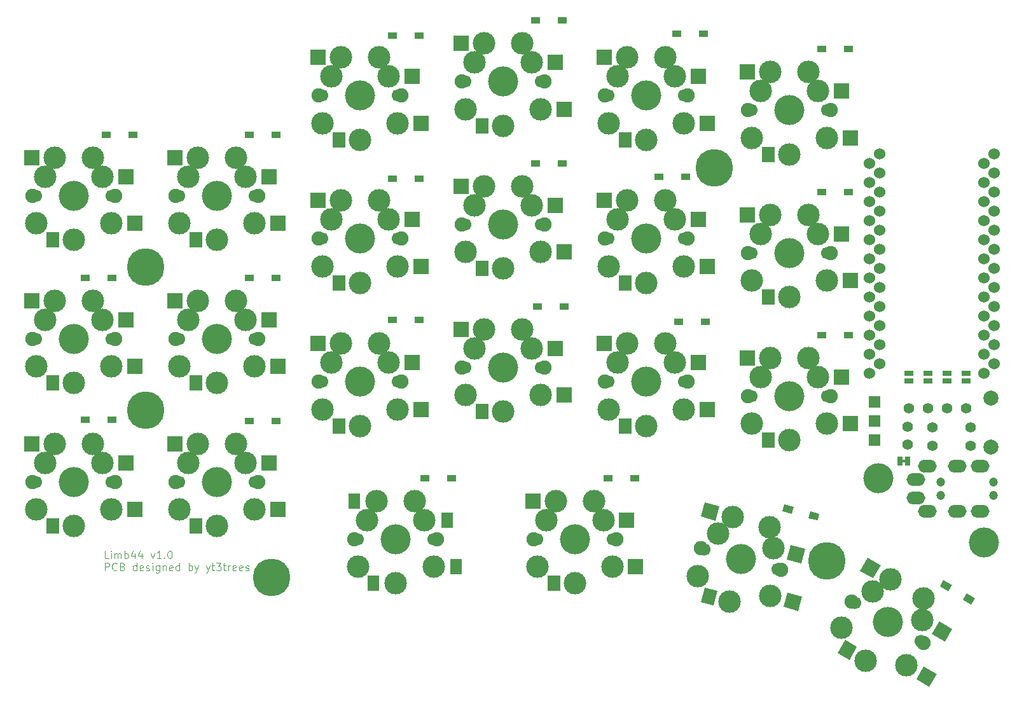
<source format=gbr>
%TF.GenerationSoftware,KiCad,Pcbnew,(5.1.7)-1*%
%TF.CreationDate,2020-11-08T23:06:54+09:00*%
%TF.ProjectId,limb44,6c696d62-3434-42e6-9b69-6361645f7063,rev?*%
%TF.SameCoordinates,Original*%
%TF.FileFunction,Soldermask,Top*%
%TF.FilePolarity,Negative*%
%FSLAX46Y46*%
G04 Gerber Fmt 4.6, Leading zero omitted, Abs format (unit mm)*
G04 Created by KiCad (PCBNEW (5.1.7)-1) date 2020-11-08 23:06:54*
%MOMM*%
%LPD*%
G01*
G04 APERTURE LIST*
%ADD10C,0.125000*%
%ADD11R,2.000000X2.000000*%
%ADD12C,3.000000*%
%ADD13R,1.800000X2.000000*%
%ADD14C,4.000000*%
%ADD15C,1.900000*%
%ADD16C,1.700000*%
%ADD17C,1.397000*%
%ADD18R,0.381000X0.381000*%
%ADD19R,0.635000X1.143000*%
%ADD20C,5.000000*%
%ADD21C,0.100000*%
%ADD22R,1.300000X0.950000*%
%ADD23C,1.200000*%
%ADD24O,2.500000X1.700000*%
%ADD25R,1.524000X1.524000*%
%ADD26C,2.000000*%
%ADD27C,0.100000*%
%ADD28R,1.500000X2.000000*%
%ADD29C,1.524000*%
%ADD30R,1.143000X0.635000*%
G04 APERTURE END LIST*
D10*
X75090535Y-127645880D02*
X74614345Y-127645880D01*
X74614345Y-126645880D01*
X75423869Y-127645880D02*
X75423869Y-126979214D01*
X75423869Y-126645880D02*
X75376250Y-126693500D01*
X75423869Y-126741119D01*
X75471488Y-126693500D01*
X75423869Y-126645880D01*
X75423869Y-126741119D01*
X75900059Y-127645880D02*
X75900059Y-126979214D01*
X75900059Y-127074452D02*
X75947678Y-127026833D01*
X76042916Y-126979214D01*
X76185773Y-126979214D01*
X76281011Y-127026833D01*
X76328630Y-127122071D01*
X76328630Y-127645880D01*
X76328630Y-127122071D02*
X76376250Y-127026833D01*
X76471488Y-126979214D01*
X76614345Y-126979214D01*
X76709583Y-127026833D01*
X76757202Y-127122071D01*
X76757202Y-127645880D01*
X77233392Y-127645880D02*
X77233392Y-126645880D01*
X77233392Y-127026833D02*
X77328630Y-126979214D01*
X77519107Y-126979214D01*
X77614345Y-127026833D01*
X77661964Y-127074452D01*
X77709583Y-127169690D01*
X77709583Y-127455404D01*
X77661964Y-127550642D01*
X77614345Y-127598261D01*
X77519107Y-127645880D01*
X77328630Y-127645880D01*
X77233392Y-127598261D01*
X78566726Y-126979214D02*
X78566726Y-127645880D01*
X78328630Y-126598261D02*
X78090535Y-127312547D01*
X78709583Y-127312547D01*
X79519107Y-126979214D02*
X79519107Y-127645880D01*
X79281011Y-126598261D02*
X79042916Y-127312547D01*
X79661964Y-127312547D01*
X80709583Y-126979214D02*
X80947678Y-127645880D01*
X81185773Y-126979214D01*
X82090535Y-127645880D02*
X81519107Y-127645880D01*
X81804821Y-127645880D02*
X81804821Y-126645880D01*
X81709583Y-126788738D01*
X81614345Y-126883976D01*
X81519107Y-126931595D01*
X82519107Y-127550642D02*
X82566726Y-127598261D01*
X82519107Y-127645880D01*
X82471488Y-127598261D01*
X82519107Y-127550642D01*
X82519107Y-127645880D01*
X83185773Y-126645880D02*
X83281011Y-126645880D01*
X83376250Y-126693500D01*
X83423869Y-126741119D01*
X83471488Y-126836357D01*
X83519107Y-127026833D01*
X83519107Y-127264928D01*
X83471488Y-127455404D01*
X83423869Y-127550642D01*
X83376250Y-127598261D01*
X83281011Y-127645880D01*
X83185773Y-127645880D01*
X83090535Y-127598261D01*
X83042916Y-127550642D01*
X82995297Y-127455404D01*
X82947678Y-127264928D01*
X82947678Y-127026833D01*
X82995297Y-126836357D01*
X83042916Y-126741119D01*
X83090535Y-126693500D01*
X83185773Y-126645880D01*
X74614345Y-129270880D02*
X74614345Y-128270880D01*
X74995297Y-128270880D01*
X75090535Y-128318500D01*
X75138154Y-128366119D01*
X75185773Y-128461357D01*
X75185773Y-128604214D01*
X75138154Y-128699452D01*
X75090535Y-128747071D01*
X74995297Y-128794690D01*
X74614345Y-128794690D01*
X76185773Y-129175642D02*
X76138154Y-129223261D01*
X75995297Y-129270880D01*
X75900059Y-129270880D01*
X75757202Y-129223261D01*
X75661964Y-129128023D01*
X75614345Y-129032785D01*
X75566726Y-128842309D01*
X75566726Y-128699452D01*
X75614345Y-128508976D01*
X75661964Y-128413738D01*
X75757202Y-128318500D01*
X75900059Y-128270880D01*
X75995297Y-128270880D01*
X76138154Y-128318500D01*
X76185773Y-128366119D01*
X76947678Y-128747071D02*
X77090535Y-128794690D01*
X77138154Y-128842309D01*
X77185773Y-128937547D01*
X77185773Y-129080404D01*
X77138154Y-129175642D01*
X77090535Y-129223261D01*
X76995297Y-129270880D01*
X76614345Y-129270880D01*
X76614345Y-128270880D01*
X76947678Y-128270880D01*
X77042916Y-128318500D01*
X77090535Y-128366119D01*
X77138154Y-128461357D01*
X77138154Y-128556595D01*
X77090535Y-128651833D01*
X77042916Y-128699452D01*
X76947678Y-128747071D01*
X76614345Y-128747071D01*
X78804821Y-129270880D02*
X78804821Y-128270880D01*
X78804821Y-129223261D02*
X78709583Y-129270880D01*
X78519107Y-129270880D01*
X78423869Y-129223261D01*
X78376250Y-129175642D01*
X78328630Y-129080404D01*
X78328630Y-128794690D01*
X78376250Y-128699452D01*
X78423869Y-128651833D01*
X78519107Y-128604214D01*
X78709583Y-128604214D01*
X78804821Y-128651833D01*
X79661964Y-129223261D02*
X79566726Y-129270880D01*
X79376250Y-129270880D01*
X79281011Y-129223261D01*
X79233392Y-129128023D01*
X79233392Y-128747071D01*
X79281011Y-128651833D01*
X79376250Y-128604214D01*
X79566726Y-128604214D01*
X79661964Y-128651833D01*
X79709583Y-128747071D01*
X79709583Y-128842309D01*
X79233392Y-128937547D01*
X80090535Y-129223261D02*
X80185773Y-129270880D01*
X80376250Y-129270880D01*
X80471488Y-129223261D01*
X80519107Y-129128023D01*
X80519107Y-129080404D01*
X80471488Y-128985166D01*
X80376250Y-128937547D01*
X80233392Y-128937547D01*
X80138154Y-128889928D01*
X80090535Y-128794690D01*
X80090535Y-128747071D01*
X80138154Y-128651833D01*
X80233392Y-128604214D01*
X80376250Y-128604214D01*
X80471488Y-128651833D01*
X80947678Y-129270880D02*
X80947678Y-128604214D01*
X80947678Y-128270880D02*
X80900059Y-128318500D01*
X80947678Y-128366119D01*
X80995297Y-128318500D01*
X80947678Y-128270880D01*
X80947678Y-128366119D01*
X81852440Y-128604214D02*
X81852440Y-129413738D01*
X81804821Y-129508976D01*
X81757202Y-129556595D01*
X81661964Y-129604214D01*
X81519107Y-129604214D01*
X81423869Y-129556595D01*
X81852440Y-129223261D02*
X81757202Y-129270880D01*
X81566726Y-129270880D01*
X81471488Y-129223261D01*
X81423869Y-129175642D01*
X81376250Y-129080404D01*
X81376250Y-128794690D01*
X81423869Y-128699452D01*
X81471488Y-128651833D01*
X81566726Y-128604214D01*
X81757202Y-128604214D01*
X81852440Y-128651833D01*
X82328630Y-128604214D02*
X82328630Y-129270880D01*
X82328630Y-128699452D02*
X82376250Y-128651833D01*
X82471488Y-128604214D01*
X82614345Y-128604214D01*
X82709583Y-128651833D01*
X82757202Y-128747071D01*
X82757202Y-129270880D01*
X83614345Y-129223261D02*
X83519107Y-129270880D01*
X83328630Y-129270880D01*
X83233392Y-129223261D01*
X83185773Y-129128023D01*
X83185773Y-128747071D01*
X83233392Y-128651833D01*
X83328630Y-128604214D01*
X83519107Y-128604214D01*
X83614345Y-128651833D01*
X83661964Y-128747071D01*
X83661964Y-128842309D01*
X83185773Y-128937547D01*
X84519107Y-129270880D02*
X84519107Y-128270880D01*
X84519107Y-129223261D02*
X84423869Y-129270880D01*
X84233392Y-129270880D01*
X84138154Y-129223261D01*
X84090535Y-129175642D01*
X84042916Y-129080404D01*
X84042916Y-128794690D01*
X84090535Y-128699452D01*
X84138154Y-128651833D01*
X84233392Y-128604214D01*
X84423869Y-128604214D01*
X84519107Y-128651833D01*
X85757202Y-129270880D02*
X85757202Y-128270880D01*
X85757202Y-128651833D02*
X85852440Y-128604214D01*
X86042916Y-128604214D01*
X86138154Y-128651833D01*
X86185773Y-128699452D01*
X86233392Y-128794690D01*
X86233392Y-129080404D01*
X86185773Y-129175642D01*
X86138154Y-129223261D01*
X86042916Y-129270880D01*
X85852440Y-129270880D01*
X85757202Y-129223261D01*
X86566726Y-128604214D02*
X86804821Y-129270880D01*
X87042916Y-128604214D02*
X86804821Y-129270880D01*
X86709583Y-129508976D01*
X86661964Y-129556595D01*
X86566726Y-129604214D01*
X88090535Y-128604214D02*
X88328630Y-129270880D01*
X88566726Y-128604214D02*
X88328630Y-129270880D01*
X88233392Y-129508976D01*
X88185773Y-129556595D01*
X88090535Y-129604214D01*
X88804821Y-128604214D02*
X89185773Y-128604214D01*
X88947678Y-128270880D02*
X88947678Y-129128023D01*
X88995297Y-129223261D01*
X89090535Y-129270880D01*
X89185773Y-129270880D01*
X89423869Y-128270880D02*
X90042916Y-128270880D01*
X89709583Y-128651833D01*
X89852440Y-128651833D01*
X89947678Y-128699452D01*
X89995297Y-128747071D01*
X90042916Y-128842309D01*
X90042916Y-129080404D01*
X89995297Y-129175642D01*
X89947678Y-129223261D01*
X89852440Y-129270880D01*
X89566726Y-129270880D01*
X89471488Y-129223261D01*
X89423869Y-129175642D01*
X90328630Y-128604214D02*
X90709583Y-128604214D01*
X90471488Y-128270880D02*
X90471488Y-129128023D01*
X90519107Y-129223261D01*
X90614345Y-129270880D01*
X90709583Y-129270880D01*
X91042916Y-129270880D02*
X91042916Y-128604214D01*
X91042916Y-128794690D02*
X91090535Y-128699452D01*
X91138154Y-128651833D01*
X91233392Y-128604214D01*
X91328630Y-128604214D01*
X92042916Y-129223261D02*
X91947678Y-129270880D01*
X91757202Y-129270880D01*
X91661964Y-129223261D01*
X91614345Y-129128023D01*
X91614345Y-128747071D01*
X91661964Y-128651833D01*
X91757202Y-128604214D01*
X91947678Y-128604214D01*
X92042916Y-128651833D01*
X92090535Y-128747071D01*
X92090535Y-128842309D01*
X91614345Y-128937547D01*
X92900059Y-129223261D02*
X92804821Y-129270880D01*
X92614345Y-129270880D01*
X92519107Y-129223261D01*
X92471488Y-129128023D01*
X92471488Y-128747071D01*
X92519107Y-128651833D01*
X92614345Y-128604214D01*
X92804821Y-128604214D01*
X92900059Y-128651833D01*
X92947678Y-128747071D01*
X92947678Y-128842309D01*
X92471488Y-128937547D01*
X93328630Y-129223261D02*
X93423869Y-129270880D01*
X93614345Y-129270880D01*
X93709583Y-129223261D01*
X93757202Y-129128023D01*
X93757202Y-129080404D01*
X93709583Y-128985166D01*
X93614345Y-128937547D01*
X93471488Y-128937547D01*
X93376250Y-128889928D01*
X93328630Y-128794690D01*
X93328630Y-128747071D01*
X93376250Y-128651833D01*
X93471488Y-128604214D01*
X93614345Y-128604214D01*
X93709583Y-128651833D01*
D11*
%TO.C,SW5*%
X141085000Y-60960000D03*
D12*
X150495000Y-63500000D03*
X144145000Y-60960000D03*
D11*
X153585000Y-63500000D03*
D12*
X151685000Y-69740000D03*
D13*
X143885000Y-71940000D03*
D11*
X154785000Y-69740000D03*
D12*
X141685000Y-69740000D03*
X146685000Y-71940000D03*
X149225000Y-60960000D03*
D14*
X146685000Y-66040000D03*
D15*
X141185000Y-66040000D03*
X152185000Y-66040000D03*
D16*
X151765000Y-66040000D03*
X141605000Y-66040000D03*
D12*
X142875000Y-63500000D03*
%TD*%
D17*
%TO.C,P1*%
X181483000Y-110109000D03*
%TD*%
%TO.C,P2*%
X181483000Y-112522000D03*
%TD*%
D18*
%TO.C,JP1*%
X180975000Y-114681000D03*
D19*
X181475380Y-114681000D03*
X180474620Y-114681000D03*
%TD*%
D12*
%TO.C,SW1*%
X66675000Y-76825000D03*
D16*
X65405000Y-79365000D03*
X75565000Y-79365000D03*
D15*
X75985000Y-79365000D03*
X64985000Y-79365000D03*
D14*
X70485000Y-79365000D03*
D12*
X73025000Y-74285000D03*
X70485000Y-85265000D03*
X65485000Y-83065000D03*
D11*
X78585000Y-83065000D03*
D13*
X67685000Y-85265000D03*
D12*
X75485000Y-83065000D03*
D11*
X77385000Y-76825000D03*
D12*
X67945000Y-74285000D03*
X74295000Y-76825000D03*
D11*
X64885000Y-74285000D03*
%TD*%
D17*
%TO.C,J5*%
X181610000Y-107707000D03*
X184150000Y-107707000D03*
X186690000Y-107707000D03*
X189230000Y-107707000D03*
%TD*%
D11*
%TO.C,SW18*%
X160135000Y-100955000D03*
D12*
X169545000Y-103495000D03*
X163195000Y-100955000D03*
D11*
X172635000Y-103495000D03*
D12*
X170735000Y-109735000D03*
D13*
X162935000Y-111935000D03*
D11*
X173835000Y-109735000D03*
D12*
X160735000Y-109735000D03*
X165735000Y-111935000D03*
X168275000Y-100955000D03*
D14*
X165735000Y-106035000D03*
D15*
X160235000Y-106035000D03*
X171235000Y-106035000D03*
D16*
X170815000Y-106035000D03*
X160655000Y-106035000D03*
D12*
X161925000Y-103495000D03*
%TD*%
D14*
%TO.C,Ref\u002A\u002A*%
X177600000Y-117018000D03*
%TD*%
%TO.C,Ref\u002A\u002A*%
X191600000Y-125500000D03*
%TD*%
D20*
%TO.C,Ref\u002A\u002A*%
X96774000Y-130165000D03*
%TD*%
%TO.C,Ref\u002A\u002A*%
X170688000Y-128006000D03*
%TD*%
%TO.C,Ref\u002A\u002A*%
X155702000Y-75692000D03*
%TD*%
%TO.C,Ref\u002A\u002A*%
X80010000Y-107940000D03*
%TD*%
%TO.C,Ref\u002A\u002A*%
X80010000Y-88890000D03*
%TD*%
D12*
%TO.C,SW22*%
X176780443Y-132035295D03*
D16*
X174410591Y-133600000D03*
X183209409Y-138680000D03*
D15*
X183573140Y-138890000D03*
X174046860Y-133390000D03*
D14*
X178810000Y-136140000D03*
D12*
X183549705Y-133010591D03*
X175860000Y-141249550D03*
X172629873Y-136844294D03*
D21*
G36*
X185340831Y-143028269D02*
G01*
X184340831Y-144760319D01*
X182608781Y-143760319D01*
X183608781Y-142028269D01*
X185340831Y-143028269D01*
G37*
G36*
X174714552Y-139433525D02*
G01*
X173714552Y-141165575D01*
X172155706Y-140265575D01*
X173155706Y-138533525D01*
X174714552Y-139433525D01*
G37*
D12*
X181290127Y-141844294D03*
D21*
G36*
X187421600Y-137024270D02*
G01*
X186421600Y-138756320D01*
X184689550Y-137756320D01*
X185689550Y-136024270D01*
X187421600Y-137024270D01*
G37*
D12*
X179150295Y-130470591D03*
X183379557Y-135845295D03*
D21*
G36*
X177866283Y-128574566D02*
G01*
X176866283Y-130306616D01*
X175134233Y-129306616D01*
X176134233Y-127574566D01*
X177866283Y-128574566D01*
G37*
%TD*%
D11*
%TO.C,SW12*%
X160135000Y-81905000D03*
D12*
X169545000Y-84445000D03*
X163195000Y-81905000D03*
D11*
X172635000Y-84445000D03*
D12*
X170735000Y-90685000D03*
D13*
X162935000Y-92885000D03*
D11*
X173835000Y-90685000D03*
D12*
X160735000Y-90685000D03*
X165735000Y-92885000D03*
X168275000Y-81905000D03*
D14*
X165735000Y-86985000D03*
D15*
X160235000Y-86985000D03*
X171235000Y-86985000D03*
D16*
X170815000Y-86985000D03*
X160655000Y-86985000D03*
D12*
X161925000Y-84445000D03*
%TD*%
D11*
%TO.C,SW4*%
X122035000Y-59065000D03*
D12*
X131445000Y-61605000D03*
X125095000Y-59065000D03*
D11*
X134535000Y-61605000D03*
D12*
X132635000Y-67845000D03*
D13*
X124835000Y-70045000D03*
D11*
X135735000Y-67845000D03*
D12*
X122635000Y-67845000D03*
X127635000Y-70045000D03*
X130175000Y-59065000D03*
D14*
X127635000Y-64145000D03*
D15*
X122135000Y-64145000D03*
X133135000Y-64145000D03*
D16*
X132715000Y-64145000D03*
X122555000Y-64145000D03*
D12*
X123825000Y-61605000D03*
%TD*%
D11*
%TO.C,SW13*%
X64885000Y-112385000D03*
D12*
X74295000Y-114925000D03*
X67945000Y-112385000D03*
D11*
X77385000Y-114925000D03*
D12*
X75485000Y-121165000D03*
D13*
X67685000Y-123365000D03*
D11*
X78585000Y-121165000D03*
D12*
X65485000Y-121165000D03*
X70485000Y-123365000D03*
X73025000Y-112385000D03*
D14*
X70485000Y-117465000D03*
D15*
X64985000Y-117465000D03*
X75985000Y-117465000D03*
D16*
X75565000Y-117465000D03*
X65405000Y-117465000D03*
D12*
X66675000Y-114925000D03*
%TD*%
D22*
%TO.C,D11*%
X148339000Y-76825000D03*
X151889000Y-76825000D03*
%TD*%
D12*
%TO.C,SW11*%
X142875000Y-82550000D03*
D16*
X141605000Y-85090000D03*
X151765000Y-85090000D03*
D15*
X152185000Y-85090000D03*
X141185000Y-85090000D03*
D14*
X146685000Y-85090000D03*
D12*
X149225000Y-80010000D03*
X146685000Y-90990000D03*
X141685000Y-88790000D03*
D11*
X154785000Y-88790000D03*
D13*
X143885000Y-90990000D03*
D12*
X151685000Y-88790000D03*
D11*
X153585000Y-82550000D03*
D12*
X144145000Y-80010000D03*
X150495000Y-82550000D03*
D11*
X141085000Y-80010000D03*
%TD*%
%TO.C,SW8*%
X83935000Y-93335000D03*
D12*
X93345000Y-95875000D03*
X86995000Y-93335000D03*
D11*
X96435000Y-95875000D03*
D12*
X94535000Y-102115000D03*
D13*
X86735000Y-104315000D03*
D11*
X97635000Y-102115000D03*
D12*
X84535000Y-102115000D03*
X89535000Y-104315000D03*
X92075000Y-93335000D03*
D14*
X89535000Y-98415000D03*
D15*
X84035000Y-98415000D03*
X95035000Y-98415000D03*
D16*
X94615000Y-98415000D03*
X84455000Y-98415000D03*
D12*
X85725000Y-95875000D03*
%TD*%
%TO.C,SW7*%
X66675000Y-95875000D03*
D16*
X65405000Y-98415000D03*
X75565000Y-98415000D03*
D15*
X75985000Y-98415000D03*
X64985000Y-98415000D03*
D14*
X70485000Y-98415000D03*
D12*
X73025000Y-93335000D03*
X70485000Y-104315000D03*
X65485000Y-102115000D03*
D11*
X78585000Y-102115000D03*
D13*
X67685000Y-104315000D03*
D12*
X75485000Y-102115000D03*
D11*
X77385000Y-95875000D03*
D12*
X67945000Y-93335000D03*
X74295000Y-95875000D03*
D11*
X64885000Y-93335000D03*
%TD*%
D23*
%TO.C,J1*%
X185887000Y-117503000D03*
X192887000Y-117503000D03*
D24*
X184087000Y-115403000D03*
X182587000Y-119603000D03*
X191087000Y-115403000D03*
X188087000Y-115403000D03*
D23*
X192887000Y-119253000D03*
X185887000Y-119253000D03*
D24*
X191087000Y-121353000D03*
X188087000Y-121353000D03*
X184087000Y-121353000D03*
X182587000Y-117153000D03*
%TD*%
D25*
%TO.C,J2*%
X177038000Y-111877000D03*
X177038000Y-109337000D03*
X177038000Y-106797000D03*
%TD*%
D26*
%TO.C,RSW1*%
X192587000Y-112851000D03*
X192587000Y-106351000D03*
%TD*%
D11*
%TO.C,SW2*%
X83935000Y-74285000D03*
D12*
X93345000Y-76825000D03*
X86995000Y-74285000D03*
D11*
X96435000Y-76825000D03*
D12*
X94535000Y-83065000D03*
D13*
X86735000Y-85265000D03*
D11*
X97635000Y-83065000D03*
D12*
X84535000Y-83065000D03*
X89535000Y-85265000D03*
X92075000Y-74285000D03*
D14*
X89535000Y-79365000D03*
D15*
X84035000Y-79365000D03*
X95035000Y-79365000D03*
D16*
X94615000Y-79365000D03*
X84455000Y-79365000D03*
D12*
X85725000Y-76825000D03*
%TD*%
D11*
%TO.C,SW3*%
X102985000Y-60960000D03*
D12*
X112395000Y-63500000D03*
X106045000Y-60960000D03*
D11*
X115485000Y-63500000D03*
D12*
X113585000Y-69740000D03*
D13*
X105785000Y-71940000D03*
D11*
X116685000Y-69740000D03*
D12*
X103585000Y-69740000D03*
X108585000Y-71940000D03*
X111125000Y-60960000D03*
D14*
X108585000Y-66040000D03*
D15*
X103085000Y-66040000D03*
X114085000Y-66040000D03*
D16*
X113665000Y-66040000D03*
X103505000Y-66040000D03*
D12*
X104775000Y-63500000D03*
%TD*%
%TO.C,SW6*%
X161925000Y-65415000D03*
D16*
X160655000Y-67955000D03*
X170815000Y-67955000D03*
D15*
X171235000Y-67955000D03*
X160235000Y-67955000D03*
D14*
X165735000Y-67955000D03*
D12*
X168275000Y-62875000D03*
X165735000Y-73855000D03*
X160735000Y-71655000D03*
D11*
X173835000Y-71655000D03*
D13*
X162935000Y-73855000D03*
D12*
X170735000Y-71655000D03*
D11*
X172635000Y-65415000D03*
D12*
X163195000Y-62875000D03*
X169545000Y-65415000D03*
D11*
X160135000Y-62875000D03*
%TD*%
D12*
%TO.C,SW9*%
X104775000Y-82550000D03*
D16*
X103505000Y-85090000D03*
X113665000Y-85090000D03*
D15*
X114085000Y-85090000D03*
X103085000Y-85090000D03*
D14*
X108585000Y-85090000D03*
D12*
X111125000Y-80010000D03*
X108585000Y-90990000D03*
X103585000Y-88790000D03*
D11*
X116685000Y-88790000D03*
D13*
X105785000Y-90990000D03*
D12*
X113585000Y-88790000D03*
D11*
X115485000Y-82550000D03*
D12*
X106045000Y-80010000D03*
X112395000Y-82550000D03*
D11*
X102985000Y-80010000D03*
%TD*%
D12*
%TO.C,SW10*%
X123825000Y-80635000D03*
D16*
X122555000Y-83175000D03*
X132715000Y-83175000D03*
D15*
X133135000Y-83175000D03*
X122135000Y-83175000D03*
D14*
X127635000Y-83175000D03*
D12*
X130175000Y-78095000D03*
X127635000Y-89075000D03*
X122635000Y-86875000D03*
D11*
X135735000Y-86875000D03*
D13*
X124835000Y-89075000D03*
D12*
X132635000Y-86875000D03*
D11*
X134535000Y-80635000D03*
D12*
X125095000Y-78095000D03*
X131445000Y-80635000D03*
D11*
X122035000Y-78095000D03*
%TD*%
D12*
%TO.C,SW14*%
X85725000Y-114925000D03*
D16*
X84455000Y-117465000D03*
X94615000Y-117465000D03*
D15*
X95035000Y-117465000D03*
X84035000Y-117465000D03*
D14*
X89535000Y-117465000D03*
D12*
X92075000Y-112385000D03*
X89535000Y-123365000D03*
X84535000Y-121165000D03*
D11*
X97635000Y-121165000D03*
D13*
X86735000Y-123365000D03*
D12*
X94535000Y-121165000D03*
D11*
X96435000Y-114925000D03*
D12*
X86995000Y-112385000D03*
X93345000Y-114925000D03*
D11*
X83935000Y-112385000D03*
%TD*%
%TO.C,SW15*%
X102985000Y-99060000D03*
D12*
X112395000Y-101600000D03*
X106045000Y-99060000D03*
D11*
X115485000Y-101600000D03*
D12*
X113585000Y-107840000D03*
D13*
X105785000Y-110040000D03*
D11*
X116685000Y-107840000D03*
D12*
X103585000Y-107840000D03*
X108585000Y-110040000D03*
X111125000Y-99060000D03*
D14*
X108585000Y-104140000D03*
D15*
X103085000Y-104140000D03*
X114085000Y-104140000D03*
D16*
X113665000Y-104140000D03*
X103505000Y-104140000D03*
D12*
X104775000Y-101600000D03*
%TD*%
%TO.C,SW16*%
X123825000Y-99685000D03*
D16*
X122555000Y-102225000D03*
X132715000Y-102225000D03*
D15*
X133135000Y-102225000D03*
X122135000Y-102225000D03*
D14*
X127635000Y-102225000D03*
D12*
X130175000Y-97145000D03*
X127635000Y-108125000D03*
X122635000Y-105925000D03*
D11*
X135735000Y-105925000D03*
D13*
X124835000Y-108125000D03*
D12*
X132635000Y-105925000D03*
D11*
X134535000Y-99685000D03*
D12*
X125095000Y-97145000D03*
X131445000Y-99685000D03*
D11*
X122035000Y-97145000D03*
%TD*%
D12*
%TO.C,SW17*%
X142875000Y-101600000D03*
D16*
X141605000Y-104140000D03*
X151765000Y-104140000D03*
D15*
X152185000Y-104140000D03*
X141185000Y-104140000D03*
D14*
X146685000Y-104140000D03*
D12*
X149225000Y-99060000D03*
X146685000Y-110040000D03*
X141685000Y-107840000D03*
D11*
X154785000Y-107840000D03*
D13*
X143885000Y-110040000D03*
D12*
X151685000Y-107840000D03*
D11*
X153585000Y-101600000D03*
D12*
X144145000Y-99060000D03*
X150495000Y-101600000D03*
D11*
X141085000Y-99060000D03*
%TD*%
D12*
%TO.C,SW19*%
X109530000Y-122545000D03*
D16*
X108260000Y-125085000D03*
X118420000Y-125085000D03*
D15*
X118840000Y-125085000D03*
X107840000Y-125085000D03*
D14*
X113340000Y-125085000D03*
D12*
X115880000Y-120005000D03*
D27*
X109515000Y-122505000D03*
D12*
X113340000Y-130985000D03*
X108340000Y-128785000D03*
D28*
X121340000Y-128785000D03*
X110340000Y-130985000D03*
D12*
X118340000Y-128785000D03*
D27*
X117165000Y-122505000D03*
D28*
X120140000Y-122544999D03*
D12*
X110800000Y-120005000D03*
X117150000Y-122544999D03*
D28*
X107840000Y-120005000D03*
D12*
X117150000Y-122544999D03*
%TD*%
%TO.C,SW20*%
X133340000Y-122545000D03*
D16*
X132070000Y-125085000D03*
X142230000Y-125085000D03*
D15*
X142650000Y-125085000D03*
X131650000Y-125085000D03*
D14*
X137150000Y-125085000D03*
D12*
X139690000Y-120005000D03*
X137150000Y-130985000D03*
X132150000Y-128785000D03*
D11*
X145250000Y-128785000D03*
D13*
X134350000Y-130985000D03*
D12*
X142150000Y-128785000D03*
D11*
X144050000Y-122545000D03*
D12*
X134610000Y-120005000D03*
X140960000Y-122545000D03*
D11*
X131550000Y-120005000D03*
%TD*%
D21*
%TO.C,SW21*%
G36*
X156415361Y-120686603D02*
G01*
X155897723Y-122618455D01*
X153965871Y-122100817D01*
X154483509Y-120168965D01*
X156415361Y-120686603D01*
G37*
D12*
X163622578Y-126282649D03*
X158146349Y-122185696D03*
D21*
G36*
X167832034Y-126375293D02*
G01*
X167314396Y-128307145D01*
X165382544Y-127789507D01*
X165900182Y-125857655D01*
X167832034Y-126375293D01*
G37*
D12*
X163156999Y-132618021D03*
D21*
G36*
X156181527Y-131991280D02*
G01*
X155663889Y-133923132D01*
X153925223Y-133457258D01*
X154442861Y-131525406D01*
X156181527Y-131991280D01*
G37*
G36*
X167376114Y-132713253D02*
G01*
X166858476Y-134645105D01*
X164926624Y-134127467D01*
X165444262Y-132195615D01*
X167376114Y-132713253D01*
G37*
D12*
X153497740Y-130029830D03*
X157757968Y-133448962D03*
X163053252Y-123500497D03*
D14*
X159285000Y-127750000D03*
D15*
X153972408Y-126326495D03*
X164597592Y-129173505D03*
D16*
X164191903Y-129064801D03*
X154378097Y-126435199D03*
D12*
X156262223Y-124310448D03*
%TD*%
D29*
%TO.C,U1*%
X177729400Y-73787000D03*
X177729400Y-76327000D03*
X177729400Y-78867000D03*
X177729400Y-81407000D03*
X177729400Y-83947000D03*
X177729400Y-86487000D03*
X177729400Y-89027000D03*
X177729400Y-91567000D03*
X177729400Y-94107000D03*
X177729400Y-96647000D03*
X177729400Y-99187000D03*
X177729400Y-101727000D03*
X192949400Y-101727000D03*
X192949400Y-99187000D03*
X192949400Y-96647000D03*
X192949400Y-94107000D03*
X192949400Y-91567000D03*
X192949400Y-89027000D03*
X192949400Y-86487000D03*
X192949400Y-83947000D03*
X192949400Y-81407000D03*
X192949400Y-78867000D03*
X192949400Y-76327000D03*
X192949400Y-73787000D03*
X176403000Y-75057000D03*
X176403000Y-77597000D03*
X176403000Y-80137000D03*
X176403000Y-82677000D03*
X176403000Y-85217000D03*
X176403000Y-87757000D03*
X176403000Y-90297000D03*
X176403000Y-92837000D03*
X176403000Y-95377000D03*
X176403000Y-97917000D03*
X176403000Y-100457000D03*
X176403000Y-102997000D03*
X191643000Y-102997000D03*
X191643000Y-100457000D03*
X191643000Y-97917000D03*
X191643000Y-95377000D03*
X191643000Y-92837000D03*
X191643000Y-90297000D03*
X191643000Y-87757000D03*
X191643000Y-85217000D03*
X191643000Y-82677000D03*
X191643000Y-80137000D03*
X191643000Y-77597000D03*
X191643000Y-75057000D03*
%TD*%
D22*
%TO.C,D1*%
X78359000Y-71237000D03*
X74809000Y-71237000D03*
%TD*%
%TO.C,D2*%
X97409000Y-71237000D03*
X93859000Y-71237000D03*
%TD*%
%TO.C,D3*%
X112906000Y-58029000D03*
X116456000Y-58029000D03*
%TD*%
%TO.C,D4*%
X131959000Y-55997000D03*
X135509000Y-55997000D03*
%TD*%
%TO.C,D5*%
X150752000Y-57775000D03*
X154302000Y-57775000D03*
%TD*%
%TO.C,D6*%
X170056000Y-59807000D03*
X173606000Y-59807000D03*
%TD*%
%TO.C,D7*%
X75562000Y-90287000D03*
X72012000Y-90287000D03*
%TD*%
%TO.C,D8*%
X93856000Y-90287000D03*
X97406000Y-90287000D03*
%TD*%
%TO.C,D9*%
X116456000Y-77079000D03*
X112906000Y-77079000D03*
%TD*%
%TO.C,D10*%
X131956000Y-75047000D03*
X135506000Y-75047000D03*
%TD*%
%TO.C,D12*%
X173606000Y-78857000D03*
X170056000Y-78857000D03*
%TD*%
%TO.C,D13*%
X72012000Y-109210000D03*
X75562000Y-109210000D03*
%TD*%
%TO.C,D14*%
X93859000Y-109337000D03*
X97409000Y-109337000D03*
%TD*%
%TO.C,D15*%
X116459000Y-95875000D03*
X112909000Y-95875000D03*
%TD*%
%TO.C,D16*%
X135760000Y-94097000D03*
X132210000Y-94097000D03*
%TD*%
%TO.C,D17*%
X154559000Y-96129000D03*
X151009000Y-96129000D03*
%TD*%
%TO.C,D18*%
X170056000Y-97907000D03*
X173606000Y-97907000D03*
%TD*%
%TO.C,D19*%
X120774000Y-116957000D03*
X117224000Y-116957000D03*
%TD*%
%TO.C,D20*%
X145161000Y-116957000D03*
X141611000Y-116957000D03*
%TD*%
D21*
%TO.C,D21*%
G36*
X169724309Y-121697822D02*
G01*
X169478431Y-122615451D01*
X168222727Y-122278986D01*
X168468605Y-121361357D01*
X169724309Y-121697822D01*
G37*
G36*
X166295273Y-120779014D02*
G01*
X166049395Y-121696643D01*
X164793691Y-121360178D01*
X165039569Y-120442549D01*
X166295273Y-120779014D01*
G37*
%TD*%
%TO.C,D22*%
G36*
X187350222Y-131223138D02*
G01*
X186875222Y-132045862D01*
X185749388Y-131395862D01*
X186224388Y-130573138D01*
X187350222Y-131223138D01*
G37*
G36*
X190424612Y-132998138D02*
G01*
X189949612Y-133820862D01*
X188823778Y-133170862D01*
X189298778Y-132348138D01*
X190424612Y-132998138D01*
G37*
%TD*%
D30*
%TO.C,JP2*%
X189230000Y-102997000D03*
X189230000Y-103997760D03*
%TD*%
%TO.C,JP3*%
X186690000Y-104005380D03*
X186690000Y-103004620D03*
%TD*%
%TO.C,JP4*%
X184150000Y-103004620D03*
X184150000Y-104005380D03*
%TD*%
%TO.C,JP5*%
X181610000Y-103004620D03*
X181610000Y-104005380D03*
%TD*%
D17*
%TO.C,R1*%
X189865000Y-110236000D03*
X184785000Y-110236000D03*
%TD*%
%TO.C,R2*%
X184785000Y-112649000D03*
X189865000Y-112649000D03*
%TD*%
M02*

</source>
